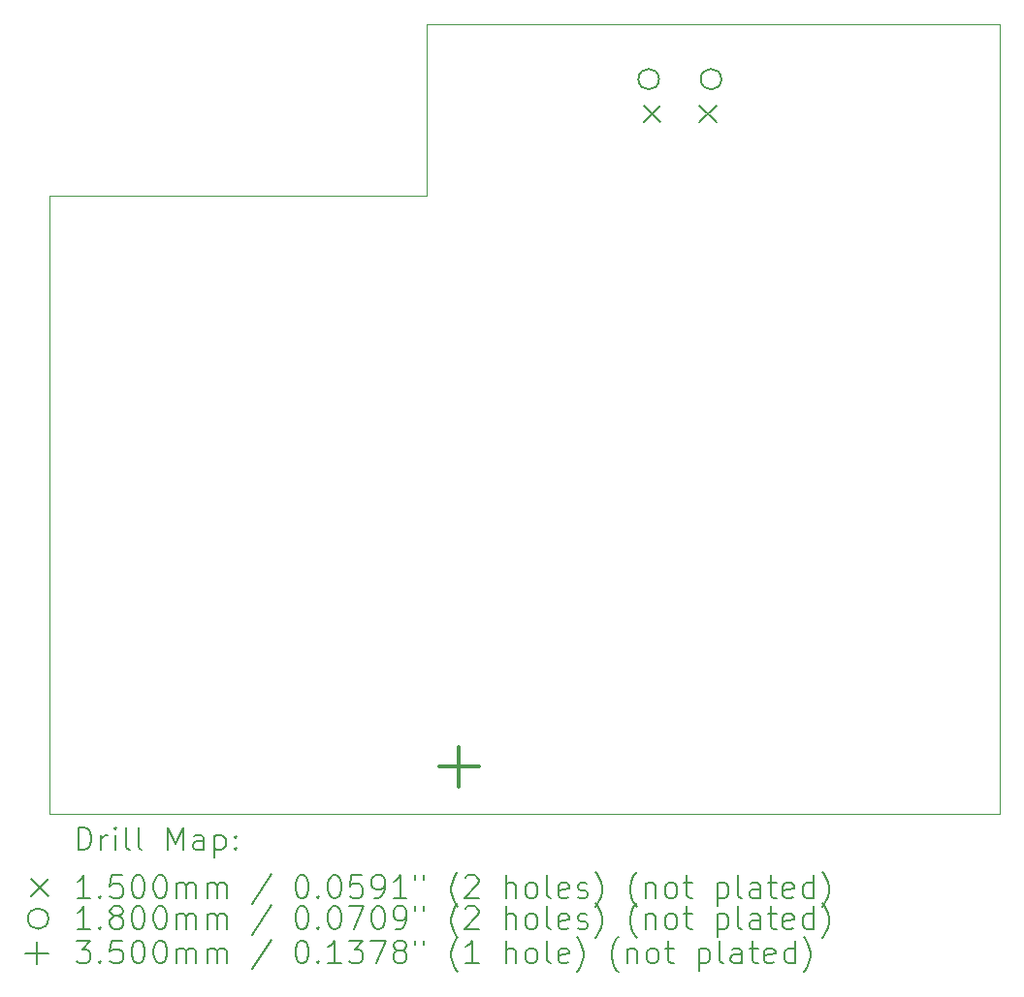
<source format=gbr>
%TF.GenerationSoftware,KiCad,Pcbnew,8.0.5*%
%TF.CreationDate,2024-09-14T22:06:42+02:00*%
%TF.ProjectId,midi2cv,6d696469-3263-4762-9e6b-696361645f70,rev?*%
%TF.SameCoordinates,Original*%
%TF.FileFunction,Drillmap*%
%TF.FilePolarity,Positive*%
%FSLAX45Y45*%
G04 Gerber Fmt 4.5, Leading zero omitted, Abs format (unit mm)*
G04 Created by KiCad (PCBNEW 8.0.5) date 2024-09-14 22:06:42*
%MOMM*%
%LPD*%
G01*
G04 APERTURE LIST*
%ADD10C,0.100000*%
%ADD11C,0.200000*%
%ADD12C,0.150000*%
%ADD13C,0.180000*%
%ADD14C,0.350000*%
G04 APERTURE END LIST*
D10*
X15400000Y-12200000D02*
X7100000Y-12200000D01*
X7100000Y-6800000D01*
X10400000Y-6800000D01*
X10400000Y-5300000D01*
X15400000Y-5300000D01*
X15400000Y-12200000D01*
D11*
D12*
X12290444Y-6007700D02*
X12440444Y-6157700D01*
X12440444Y-6007700D02*
X12290444Y-6157700D01*
X12775444Y-6007700D02*
X12925444Y-6157700D01*
X12925444Y-6007700D02*
X12775444Y-6157700D01*
D13*
X12425444Y-5779700D02*
G75*
G02*
X12245444Y-5779700I-90000J0D01*
G01*
X12245444Y-5779700D02*
G75*
G02*
X12425444Y-5779700I90000J0D01*
G01*
X12970444Y-5779700D02*
G75*
G02*
X12790444Y-5779700I-90000J0D01*
G01*
X12790444Y-5779700D02*
G75*
G02*
X12970444Y-5779700I90000J0D01*
G01*
D14*
X10680700Y-11612900D02*
X10680700Y-11962900D01*
X10505700Y-11787900D02*
X10855700Y-11787900D01*
D11*
X7355777Y-12516484D02*
X7355777Y-12316484D01*
X7355777Y-12316484D02*
X7403396Y-12316484D01*
X7403396Y-12316484D02*
X7431967Y-12326008D01*
X7431967Y-12326008D02*
X7451015Y-12345055D01*
X7451015Y-12345055D02*
X7460539Y-12364103D01*
X7460539Y-12364103D02*
X7470062Y-12402198D01*
X7470062Y-12402198D02*
X7470062Y-12430769D01*
X7470062Y-12430769D02*
X7460539Y-12468865D01*
X7460539Y-12468865D02*
X7451015Y-12487912D01*
X7451015Y-12487912D02*
X7431967Y-12506960D01*
X7431967Y-12506960D02*
X7403396Y-12516484D01*
X7403396Y-12516484D02*
X7355777Y-12516484D01*
X7555777Y-12516484D02*
X7555777Y-12383150D01*
X7555777Y-12421246D02*
X7565301Y-12402198D01*
X7565301Y-12402198D02*
X7574824Y-12392674D01*
X7574824Y-12392674D02*
X7593872Y-12383150D01*
X7593872Y-12383150D02*
X7612920Y-12383150D01*
X7679586Y-12516484D02*
X7679586Y-12383150D01*
X7679586Y-12316484D02*
X7670062Y-12326008D01*
X7670062Y-12326008D02*
X7679586Y-12335531D01*
X7679586Y-12335531D02*
X7689110Y-12326008D01*
X7689110Y-12326008D02*
X7679586Y-12316484D01*
X7679586Y-12316484D02*
X7679586Y-12335531D01*
X7803396Y-12516484D02*
X7784348Y-12506960D01*
X7784348Y-12506960D02*
X7774824Y-12487912D01*
X7774824Y-12487912D02*
X7774824Y-12316484D01*
X7908158Y-12516484D02*
X7889110Y-12506960D01*
X7889110Y-12506960D02*
X7879586Y-12487912D01*
X7879586Y-12487912D02*
X7879586Y-12316484D01*
X8136729Y-12516484D02*
X8136729Y-12316484D01*
X8136729Y-12316484D02*
X8203396Y-12459341D01*
X8203396Y-12459341D02*
X8270062Y-12316484D01*
X8270062Y-12316484D02*
X8270062Y-12516484D01*
X8451015Y-12516484D02*
X8451015Y-12411722D01*
X8451015Y-12411722D02*
X8441491Y-12392674D01*
X8441491Y-12392674D02*
X8422444Y-12383150D01*
X8422444Y-12383150D02*
X8384348Y-12383150D01*
X8384348Y-12383150D02*
X8365301Y-12392674D01*
X8451015Y-12506960D02*
X8431967Y-12516484D01*
X8431967Y-12516484D02*
X8384348Y-12516484D01*
X8384348Y-12516484D02*
X8365301Y-12506960D01*
X8365301Y-12506960D02*
X8355777Y-12487912D01*
X8355777Y-12487912D02*
X8355777Y-12468865D01*
X8355777Y-12468865D02*
X8365301Y-12449817D01*
X8365301Y-12449817D02*
X8384348Y-12440293D01*
X8384348Y-12440293D02*
X8431967Y-12440293D01*
X8431967Y-12440293D02*
X8451015Y-12430769D01*
X8546253Y-12383150D02*
X8546253Y-12583150D01*
X8546253Y-12392674D02*
X8565301Y-12383150D01*
X8565301Y-12383150D02*
X8603396Y-12383150D01*
X8603396Y-12383150D02*
X8622444Y-12392674D01*
X8622444Y-12392674D02*
X8631967Y-12402198D01*
X8631967Y-12402198D02*
X8641491Y-12421246D01*
X8641491Y-12421246D02*
X8641491Y-12478388D01*
X8641491Y-12478388D02*
X8631967Y-12497436D01*
X8631967Y-12497436D02*
X8622444Y-12506960D01*
X8622444Y-12506960D02*
X8603396Y-12516484D01*
X8603396Y-12516484D02*
X8565301Y-12516484D01*
X8565301Y-12516484D02*
X8546253Y-12506960D01*
X8727205Y-12497436D02*
X8736729Y-12506960D01*
X8736729Y-12506960D02*
X8727205Y-12516484D01*
X8727205Y-12516484D02*
X8717682Y-12506960D01*
X8717682Y-12506960D02*
X8727205Y-12497436D01*
X8727205Y-12497436D02*
X8727205Y-12516484D01*
X8727205Y-12392674D02*
X8736729Y-12402198D01*
X8736729Y-12402198D02*
X8727205Y-12411722D01*
X8727205Y-12411722D02*
X8717682Y-12402198D01*
X8717682Y-12402198D02*
X8727205Y-12392674D01*
X8727205Y-12392674D02*
X8727205Y-12411722D01*
D12*
X6945000Y-12770000D02*
X7095000Y-12920000D01*
X7095000Y-12770000D02*
X6945000Y-12920000D01*
D11*
X7460539Y-12936484D02*
X7346253Y-12936484D01*
X7403396Y-12936484D02*
X7403396Y-12736484D01*
X7403396Y-12736484D02*
X7384348Y-12765055D01*
X7384348Y-12765055D02*
X7365301Y-12784103D01*
X7365301Y-12784103D02*
X7346253Y-12793627D01*
X7546253Y-12917436D02*
X7555777Y-12926960D01*
X7555777Y-12926960D02*
X7546253Y-12936484D01*
X7546253Y-12936484D02*
X7536729Y-12926960D01*
X7536729Y-12926960D02*
X7546253Y-12917436D01*
X7546253Y-12917436D02*
X7546253Y-12936484D01*
X7736729Y-12736484D02*
X7641491Y-12736484D01*
X7641491Y-12736484D02*
X7631967Y-12831722D01*
X7631967Y-12831722D02*
X7641491Y-12822198D01*
X7641491Y-12822198D02*
X7660539Y-12812674D01*
X7660539Y-12812674D02*
X7708158Y-12812674D01*
X7708158Y-12812674D02*
X7727205Y-12822198D01*
X7727205Y-12822198D02*
X7736729Y-12831722D01*
X7736729Y-12831722D02*
X7746253Y-12850769D01*
X7746253Y-12850769D02*
X7746253Y-12898388D01*
X7746253Y-12898388D02*
X7736729Y-12917436D01*
X7736729Y-12917436D02*
X7727205Y-12926960D01*
X7727205Y-12926960D02*
X7708158Y-12936484D01*
X7708158Y-12936484D02*
X7660539Y-12936484D01*
X7660539Y-12936484D02*
X7641491Y-12926960D01*
X7641491Y-12926960D02*
X7631967Y-12917436D01*
X7870062Y-12736484D02*
X7889110Y-12736484D01*
X7889110Y-12736484D02*
X7908158Y-12746008D01*
X7908158Y-12746008D02*
X7917682Y-12755531D01*
X7917682Y-12755531D02*
X7927205Y-12774579D01*
X7927205Y-12774579D02*
X7936729Y-12812674D01*
X7936729Y-12812674D02*
X7936729Y-12860293D01*
X7936729Y-12860293D02*
X7927205Y-12898388D01*
X7927205Y-12898388D02*
X7917682Y-12917436D01*
X7917682Y-12917436D02*
X7908158Y-12926960D01*
X7908158Y-12926960D02*
X7889110Y-12936484D01*
X7889110Y-12936484D02*
X7870062Y-12936484D01*
X7870062Y-12936484D02*
X7851015Y-12926960D01*
X7851015Y-12926960D02*
X7841491Y-12917436D01*
X7841491Y-12917436D02*
X7831967Y-12898388D01*
X7831967Y-12898388D02*
X7822443Y-12860293D01*
X7822443Y-12860293D02*
X7822443Y-12812674D01*
X7822443Y-12812674D02*
X7831967Y-12774579D01*
X7831967Y-12774579D02*
X7841491Y-12755531D01*
X7841491Y-12755531D02*
X7851015Y-12746008D01*
X7851015Y-12746008D02*
X7870062Y-12736484D01*
X8060539Y-12736484D02*
X8079586Y-12736484D01*
X8079586Y-12736484D02*
X8098634Y-12746008D01*
X8098634Y-12746008D02*
X8108158Y-12755531D01*
X8108158Y-12755531D02*
X8117682Y-12774579D01*
X8117682Y-12774579D02*
X8127205Y-12812674D01*
X8127205Y-12812674D02*
X8127205Y-12860293D01*
X8127205Y-12860293D02*
X8117682Y-12898388D01*
X8117682Y-12898388D02*
X8108158Y-12917436D01*
X8108158Y-12917436D02*
X8098634Y-12926960D01*
X8098634Y-12926960D02*
X8079586Y-12936484D01*
X8079586Y-12936484D02*
X8060539Y-12936484D01*
X8060539Y-12936484D02*
X8041491Y-12926960D01*
X8041491Y-12926960D02*
X8031967Y-12917436D01*
X8031967Y-12917436D02*
X8022443Y-12898388D01*
X8022443Y-12898388D02*
X8012920Y-12860293D01*
X8012920Y-12860293D02*
X8012920Y-12812674D01*
X8012920Y-12812674D02*
X8022443Y-12774579D01*
X8022443Y-12774579D02*
X8031967Y-12755531D01*
X8031967Y-12755531D02*
X8041491Y-12746008D01*
X8041491Y-12746008D02*
X8060539Y-12736484D01*
X8212920Y-12936484D02*
X8212920Y-12803150D01*
X8212920Y-12822198D02*
X8222443Y-12812674D01*
X8222443Y-12812674D02*
X8241491Y-12803150D01*
X8241491Y-12803150D02*
X8270063Y-12803150D01*
X8270063Y-12803150D02*
X8289110Y-12812674D01*
X8289110Y-12812674D02*
X8298634Y-12831722D01*
X8298634Y-12831722D02*
X8298634Y-12936484D01*
X8298634Y-12831722D02*
X8308158Y-12812674D01*
X8308158Y-12812674D02*
X8327205Y-12803150D01*
X8327205Y-12803150D02*
X8355777Y-12803150D01*
X8355777Y-12803150D02*
X8374824Y-12812674D01*
X8374824Y-12812674D02*
X8384348Y-12831722D01*
X8384348Y-12831722D02*
X8384348Y-12936484D01*
X8479586Y-12936484D02*
X8479586Y-12803150D01*
X8479586Y-12822198D02*
X8489110Y-12812674D01*
X8489110Y-12812674D02*
X8508158Y-12803150D01*
X8508158Y-12803150D02*
X8536729Y-12803150D01*
X8536729Y-12803150D02*
X8555777Y-12812674D01*
X8555777Y-12812674D02*
X8565301Y-12831722D01*
X8565301Y-12831722D02*
X8565301Y-12936484D01*
X8565301Y-12831722D02*
X8574825Y-12812674D01*
X8574825Y-12812674D02*
X8593872Y-12803150D01*
X8593872Y-12803150D02*
X8622444Y-12803150D01*
X8622444Y-12803150D02*
X8641491Y-12812674D01*
X8641491Y-12812674D02*
X8651015Y-12831722D01*
X8651015Y-12831722D02*
X8651015Y-12936484D01*
X9041491Y-12726960D02*
X8870063Y-12984103D01*
X9298634Y-12736484D02*
X9317682Y-12736484D01*
X9317682Y-12736484D02*
X9336729Y-12746008D01*
X9336729Y-12746008D02*
X9346253Y-12755531D01*
X9346253Y-12755531D02*
X9355777Y-12774579D01*
X9355777Y-12774579D02*
X9365301Y-12812674D01*
X9365301Y-12812674D02*
X9365301Y-12860293D01*
X9365301Y-12860293D02*
X9355777Y-12898388D01*
X9355777Y-12898388D02*
X9346253Y-12917436D01*
X9346253Y-12917436D02*
X9336729Y-12926960D01*
X9336729Y-12926960D02*
X9317682Y-12936484D01*
X9317682Y-12936484D02*
X9298634Y-12936484D01*
X9298634Y-12936484D02*
X9279587Y-12926960D01*
X9279587Y-12926960D02*
X9270063Y-12917436D01*
X9270063Y-12917436D02*
X9260539Y-12898388D01*
X9260539Y-12898388D02*
X9251015Y-12860293D01*
X9251015Y-12860293D02*
X9251015Y-12812674D01*
X9251015Y-12812674D02*
X9260539Y-12774579D01*
X9260539Y-12774579D02*
X9270063Y-12755531D01*
X9270063Y-12755531D02*
X9279587Y-12746008D01*
X9279587Y-12746008D02*
X9298634Y-12736484D01*
X9451015Y-12917436D02*
X9460539Y-12926960D01*
X9460539Y-12926960D02*
X9451015Y-12936484D01*
X9451015Y-12936484D02*
X9441491Y-12926960D01*
X9441491Y-12926960D02*
X9451015Y-12917436D01*
X9451015Y-12917436D02*
X9451015Y-12936484D01*
X9584348Y-12736484D02*
X9603396Y-12736484D01*
X9603396Y-12736484D02*
X9622444Y-12746008D01*
X9622444Y-12746008D02*
X9631968Y-12755531D01*
X9631968Y-12755531D02*
X9641491Y-12774579D01*
X9641491Y-12774579D02*
X9651015Y-12812674D01*
X9651015Y-12812674D02*
X9651015Y-12860293D01*
X9651015Y-12860293D02*
X9641491Y-12898388D01*
X9641491Y-12898388D02*
X9631968Y-12917436D01*
X9631968Y-12917436D02*
X9622444Y-12926960D01*
X9622444Y-12926960D02*
X9603396Y-12936484D01*
X9603396Y-12936484D02*
X9584348Y-12936484D01*
X9584348Y-12936484D02*
X9565301Y-12926960D01*
X9565301Y-12926960D02*
X9555777Y-12917436D01*
X9555777Y-12917436D02*
X9546253Y-12898388D01*
X9546253Y-12898388D02*
X9536729Y-12860293D01*
X9536729Y-12860293D02*
X9536729Y-12812674D01*
X9536729Y-12812674D02*
X9546253Y-12774579D01*
X9546253Y-12774579D02*
X9555777Y-12755531D01*
X9555777Y-12755531D02*
X9565301Y-12746008D01*
X9565301Y-12746008D02*
X9584348Y-12736484D01*
X9831968Y-12736484D02*
X9736729Y-12736484D01*
X9736729Y-12736484D02*
X9727206Y-12831722D01*
X9727206Y-12831722D02*
X9736729Y-12822198D01*
X9736729Y-12822198D02*
X9755777Y-12812674D01*
X9755777Y-12812674D02*
X9803396Y-12812674D01*
X9803396Y-12812674D02*
X9822444Y-12822198D01*
X9822444Y-12822198D02*
X9831968Y-12831722D01*
X9831968Y-12831722D02*
X9841491Y-12850769D01*
X9841491Y-12850769D02*
X9841491Y-12898388D01*
X9841491Y-12898388D02*
X9831968Y-12917436D01*
X9831968Y-12917436D02*
X9822444Y-12926960D01*
X9822444Y-12926960D02*
X9803396Y-12936484D01*
X9803396Y-12936484D02*
X9755777Y-12936484D01*
X9755777Y-12936484D02*
X9736729Y-12926960D01*
X9736729Y-12926960D02*
X9727206Y-12917436D01*
X9936729Y-12936484D02*
X9974825Y-12936484D01*
X9974825Y-12936484D02*
X9993872Y-12926960D01*
X9993872Y-12926960D02*
X10003396Y-12917436D01*
X10003396Y-12917436D02*
X10022444Y-12888865D01*
X10022444Y-12888865D02*
X10031968Y-12850769D01*
X10031968Y-12850769D02*
X10031968Y-12774579D01*
X10031968Y-12774579D02*
X10022444Y-12755531D01*
X10022444Y-12755531D02*
X10012920Y-12746008D01*
X10012920Y-12746008D02*
X9993872Y-12736484D01*
X9993872Y-12736484D02*
X9955777Y-12736484D01*
X9955777Y-12736484D02*
X9936729Y-12746008D01*
X9936729Y-12746008D02*
X9927206Y-12755531D01*
X9927206Y-12755531D02*
X9917682Y-12774579D01*
X9917682Y-12774579D02*
X9917682Y-12822198D01*
X9917682Y-12822198D02*
X9927206Y-12841246D01*
X9927206Y-12841246D02*
X9936729Y-12850769D01*
X9936729Y-12850769D02*
X9955777Y-12860293D01*
X9955777Y-12860293D02*
X9993872Y-12860293D01*
X9993872Y-12860293D02*
X10012920Y-12850769D01*
X10012920Y-12850769D02*
X10022444Y-12841246D01*
X10022444Y-12841246D02*
X10031968Y-12822198D01*
X10222444Y-12936484D02*
X10108158Y-12936484D01*
X10165301Y-12936484D02*
X10165301Y-12736484D01*
X10165301Y-12736484D02*
X10146253Y-12765055D01*
X10146253Y-12765055D02*
X10127206Y-12784103D01*
X10127206Y-12784103D02*
X10108158Y-12793627D01*
X10298634Y-12736484D02*
X10298634Y-12774579D01*
X10374825Y-12736484D02*
X10374825Y-12774579D01*
X10670063Y-13012674D02*
X10660539Y-13003150D01*
X10660539Y-13003150D02*
X10641491Y-12974579D01*
X10641491Y-12974579D02*
X10631968Y-12955531D01*
X10631968Y-12955531D02*
X10622444Y-12926960D01*
X10622444Y-12926960D02*
X10612920Y-12879341D01*
X10612920Y-12879341D02*
X10612920Y-12841246D01*
X10612920Y-12841246D02*
X10622444Y-12793627D01*
X10622444Y-12793627D02*
X10631968Y-12765055D01*
X10631968Y-12765055D02*
X10641491Y-12746008D01*
X10641491Y-12746008D02*
X10660539Y-12717436D01*
X10660539Y-12717436D02*
X10670063Y-12707912D01*
X10736730Y-12755531D02*
X10746253Y-12746008D01*
X10746253Y-12746008D02*
X10765301Y-12736484D01*
X10765301Y-12736484D02*
X10812920Y-12736484D01*
X10812920Y-12736484D02*
X10831968Y-12746008D01*
X10831968Y-12746008D02*
X10841491Y-12755531D01*
X10841491Y-12755531D02*
X10851015Y-12774579D01*
X10851015Y-12774579D02*
X10851015Y-12793627D01*
X10851015Y-12793627D02*
X10841491Y-12822198D01*
X10841491Y-12822198D02*
X10727206Y-12936484D01*
X10727206Y-12936484D02*
X10851015Y-12936484D01*
X11089111Y-12936484D02*
X11089111Y-12736484D01*
X11174825Y-12936484D02*
X11174825Y-12831722D01*
X11174825Y-12831722D02*
X11165301Y-12812674D01*
X11165301Y-12812674D02*
X11146253Y-12803150D01*
X11146253Y-12803150D02*
X11117682Y-12803150D01*
X11117682Y-12803150D02*
X11098634Y-12812674D01*
X11098634Y-12812674D02*
X11089111Y-12822198D01*
X11298634Y-12936484D02*
X11279587Y-12926960D01*
X11279587Y-12926960D02*
X11270063Y-12917436D01*
X11270063Y-12917436D02*
X11260539Y-12898388D01*
X11260539Y-12898388D02*
X11260539Y-12841246D01*
X11260539Y-12841246D02*
X11270063Y-12822198D01*
X11270063Y-12822198D02*
X11279587Y-12812674D01*
X11279587Y-12812674D02*
X11298634Y-12803150D01*
X11298634Y-12803150D02*
X11327206Y-12803150D01*
X11327206Y-12803150D02*
X11346253Y-12812674D01*
X11346253Y-12812674D02*
X11355777Y-12822198D01*
X11355777Y-12822198D02*
X11365301Y-12841246D01*
X11365301Y-12841246D02*
X11365301Y-12898388D01*
X11365301Y-12898388D02*
X11355777Y-12917436D01*
X11355777Y-12917436D02*
X11346253Y-12926960D01*
X11346253Y-12926960D02*
X11327206Y-12936484D01*
X11327206Y-12936484D02*
X11298634Y-12936484D01*
X11479587Y-12936484D02*
X11460539Y-12926960D01*
X11460539Y-12926960D02*
X11451015Y-12907912D01*
X11451015Y-12907912D02*
X11451015Y-12736484D01*
X11631968Y-12926960D02*
X11612920Y-12936484D01*
X11612920Y-12936484D02*
X11574825Y-12936484D01*
X11574825Y-12936484D02*
X11555777Y-12926960D01*
X11555777Y-12926960D02*
X11546253Y-12907912D01*
X11546253Y-12907912D02*
X11546253Y-12831722D01*
X11546253Y-12831722D02*
X11555777Y-12812674D01*
X11555777Y-12812674D02*
X11574825Y-12803150D01*
X11574825Y-12803150D02*
X11612920Y-12803150D01*
X11612920Y-12803150D02*
X11631968Y-12812674D01*
X11631968Y-12812674D02*
X11641491Y-12831722D01*
X11641491Y-12831722D02*
X11641491Y-12850769D01*
X11641491Y-12850769D02*
X11546253Y-12869817D01*
X11717682Y-12926960D02*
X11736730Y-12936484D01*
X11736730Y-12936484D02*
X11774825Y-12936484D01*
X11774825Y-12936484D02*
X11793872Y-12926960D01*
X11793872Y-12926960D02*
X11803396Y-12907912D01*
X11803396Y-12907912D02*
X11803396Y-12898388D01*
X11803396Y-12898388D02*
X11793872Y-12879341D01*
X11793872Y-12879341D02*
X11774825Y-12869817D01*
X11774825Y-12869817D02*
X11746253Y-12869817D01*
X11746253Y-12869817D02*
X11727206Y-12860293D01*
X11727206Y-12860293D02*
X11717682Y-12841246D01*
X11717682Y-12841246D02*
X11717682Y-12831722D01*
X11717682Y-12831722D02*
X11727206Y-12812674D01*
X11727206Y-12812674D02*
X11746253Y-12803150D01*
X11746253Y-12803150D02*
X11774825Y-12803150D01*
X11774825Y-12803150D02*
X11793872Y-12812674D01*
X11870063Y-13012674D02*
X11879587Y-13003150D01*
X11879587Y-13003150D02*
X11898634Y-12974579D01*
X11898634Y-12974579D02*
X11908158Y-12955531D01*
X11908158Y-12955531D02*
X11917682Y-12926960D01*
X11917682Y-12926960D02*
X11927206Y-12879341D01*
X11927206Y-12879341D02*
X11927206Y-12841246D01*
X11927206Y-12841246D02*
X11917682Y-12793627D01*
X11917682Y-12793627D02*
X11908158Y-12765055D01*
X11908158Y-12765055D02*
X11898634Y-12746008D01*
X11898634Y-12746008D02*
X11879587Y-12717436D01*
X11879587Y-12717436D02*
X11870063Y-12707912D01*
X12231968Y-13012674D02*
X12222444Y-13003150D01*
X12222444Y-13003150D02*
X12203396Y-12974579D01*
X12203396Y-12974579D02*
X12193872Y-12955531D01*
X12193872Y-12955531D02*
X12184349Y-12926960D01*
X12184349Y-12926960D02*
X12174825Y-12879341D01*
X12174825Y-12879341D02*
X12174825Y-12841246D01*
X12174825Y-12841246D02*
X12184349Y-12793627D01*
X12184349Y-12793627D02*
X12193872Y-12765055D01*
X12193872Y-12765055D02*
X12203396Y-12746008D01*
X12203396Y-12746008D02*
X12222444Y-12717436D01*
X12222444Y-12717436D02*
X12231968Y-12707912D01*
X12308158Y-12803150D02*
X12308158Y-12936484D01*
X12308158Y-12822198D02*
X12317682Y-12812674D01*
X12317682Y-12812674D02*
X12336730Y-12803150D01*
X12336730Y-12803150D02*
X12365301Y-12803150D01*
X12365301Y-12803150D02*
X12384349Y-12812674D01*
X12384349Y-12812674D02*
X12393872Y-12831722D01*
X12393872Y-12831722D02*
X12393872Y-12936484D01*
X12517682Y-12936484D02*
X12498634Y-12926960D01*
X12498634Y-12926960D02*
X12489111Y-12917436D01*
X12489111Y-12917436D02*
X12479587Y-12898388D01*
X12479587Y-12898388D02*
X12479587Y-12841246D01*
X12479587Y-12841246D02*
X12489111Y-12822198D01*
X12489111Y-12822198D02*
X12498634Y-12812674D01*
X12498634Y-12812674D02*
X12517682Y-12803150D01*
X12517682Y-12803150D02*
X12546253Y-12803150D01*
X12546253Y-12803150D02*
X12565301Y-12812674D01*
X12565301Y-12812674D02*
X12574825Y-12822198D01*
X12574825Y-12822198D02*
X12584349Y-12841246D01*
X12584349Y-12841246D02*
X12584349Y-12898388D01*
X12584349Y-12898388D02*
X12574825Y-12917436D01*
X12574825Y-12917436D02*
X12565301Y-12926960D01*
X12565301Y-12926960D02*
X12546253Y-12936484D01*
X12546253Y-12936484D02*
X12517682Y-12936484D01*
X12641492Y-12803150D02*
X12717682Y-12803150D01*
X12670063Y-12736484D02*
X12670063Y-12907912D01*
X12670063Y-12907912D02*
X12679587Y-12926960D01*
X12679587Y-12926960D02*
X12698634Y-12936484D01*
X12698634Y-12936484D02*
X12717682Y-12936484D01*
X12936730Y-12803150D02*
X12936730Y-13003150D01*
X12936730Y-12812674D02*
X12955777Y-12803150D01*
X12955777Y-12803150D02*
X12993873Y-12803150D01*
X12993873Y-12803150D02*
X13012920Y-12812674D01*
X13012920Y-12812674D02*
X13022444Y-12822198D01*
X13022444Y-12822198D02*
X13031968Y-12841246D01*
X13031968Y-12841246D02*
X13031968Y-12898388D01*
X13031968Y-12898388D02*
X13022444Y-12917436D01*
X13022444Y-12917436D02*
X13012920Y-12926960D01*
X13012920Y-12926960D02*
X12993873Y-12936484D01*
X12993873Y-12936484D02*
X12955777Y-12936484D01*
X12955777Y-12936484D02*
X12936730Y-12926960D01*
X13146253Y-12936484D02*
X13127206Y-12926960D01*
X13127206Y-12926960D02*
X13117682Y-12907912D01*
X13117682Y-12907912D02*
X13117682Y-12736484D01*
X13308158Y-12936484D02*
X13308158Y-12831722D01*
X13308158Y-12831722D02*
X13298634Y-12812674D01*
X13298634Y-12812674D02*
X13279587Y-12803150D01*
X13279587Y-12803150D02*
X13241492Y-12803150D01*
X13241492Y-12803150D02*
X13222444Y-12812674D01*
X13308158Y-12926960D02*
X13289111Y-12936484D01*
X13289111Y-12936484D02*
X13241492Y-12936484D01*
X13241492Y-12936484D02*
X13222444Y-12926960D01*
X13222444Y-12926960D02*
X13212920Y-12907912D01*
X13212920Y-12907912D02*
X13212920Y-12888865D01*
X13212920Y-12888865D02*
X13222444Y-12869817D01*
X13222444Y-12869817D02*
X13241492Y-12860293D01*
X13241492Y-12860293D02*
X13289111Y-12860293D01*
X13289111Y-12860293D02*
X13308158Y-12850769D01*
X13374825Y-12803150D02*
X13451015Y-12803150D01*
X13403396Y-12736484D02*
X13403396Y-12907912D01*
X13403396Y-12907912D02*
X13412920Y-12926960D01*
X13412920Y-12926960D02*
X13431968Y-12936484D01*
X13431968Y-12936484D02*
X13451015Y-12936484D01*
X13593873Y-12926960D02*
X13574825Y-12936484D01*
X13574825Y-12936484D02*
X13536730Y-12936484D01*
X13536730Y-12936484D02*
X13517682Y-12926960D01*
X13517682Y-12926960D02*
X13508158Y-12907912D01*
X13508158Y-12907912D02*
X13508158Y-12831722D01*
X13508158Y-12831722D02*
X13517682Y-12812674D01*
X13517682Y-12812674D02*
X13536730Y-12803150D01*
X13536730Y-12803150D02*
X13574825Y-12803150D01*
X13574825Y-12803150D02*
X13593873Y-12812674D01*
X13593873Y-12812674D02*
X13603396Y-12831722D01*
X13603396Y-12831722D02*
X13603396Y-12850769D01*
X13603396Y-12850769D02*
X13508158Y-12869817D01*
X13774825Y-12936484D02*
X13774825Y-12736484D01*
X13774825Y-12926960D02*
X13755777Y-12936484D01*
X13755777Y-12936484D02*
X13717682Y-12936484D01*
X13717682Y-12936484D02*
X13698634Y-12926960D01*
X13698634Y-12926960D02*
X13689111Y-12917436D01*
X13689111Y-12917436D02*
X13679587Y-12898388D01*
X13679587Y-12898388D02*
X13679587Y-12841246D01*
X13679587Y-12841246D02*
X13689111Y-12822198D01*
X13689111Y-12822198D02*
X13698634Y-12812674D01*
X13698634Y-12812674D02*
X13717682Y-12803150D01*
X13717682Y-12803150D02*
X13755777Y-12803150D01*
X13755777Y-12803150D02*
X13774825Y-12812674D01*
X13851015Y-13012674D02*
X13860539Y-13003150D01*
X13860539Y-13003150D02*
X13879587Y-12974579D01*
X13879587Y-12974579D02*
X13889111Y-12955531D01*
X13889111Y-12955531D02*
X13898634Y-12926960D01*
X13898634Y-12926960D02*
X13908158Y-12879341D01*
X13908158Y-12879341D02*
X13908158Y-12841246D01*
X13908158Y-12841246D02*
X13898634Y-12793627D01*
X13898634Y-12793627D02*
X13889111Y-12765055D01*
X13889111Y-12765055D02*
X13879587Y-12746008D01*
X13879587Y-12746008D02*
X13860539Y-12717436D01*
X13860539Y-12717436D02*
X13851015Y-12707912D01*
D13*
X7095000Y-13115000D02*
G75*
G02*
X6915000Y-13115000I-90000J0D01*
G01*
X6915000Y-13115000D02*
G75*
G02*
X7095000Y-13115000I90000J0D01*
G01*
D11*
X7460539Y-13206484D02*
X7346253Y-13206484D01*
X7403396Y-13206484D02*
X7403396Y-13006484D01*
X7403396Y-13006484D02*
X7384348Y-13035055D01*
X7384348Y-13035055D02*
X7365301Y-13054103D01*
X7365301Y-13054103D02*
X7346253Y-13063627D01*
X7546253Y-13187436D02*
X7555777Y-13196960D01*
X7555777Y-13196960D02*
X7546253Y-13206484D01*
X7546253Y-13206484D02*
X7536729Y-13196960D01*
X7536729Y-13196960D02*
X7546253Y-13187436D01*
X7546253Y-13187436D02*
X7546253Y-13206484D01*
X7670062Y-13092198D02*
X7651015Y-13082674D01*
X7651015Y-13082674D02*
X7641491Y-13073150D01*
X7641491Y-13073150D02*
X7631967Y-13054103D01*
X7631967Y-13054103D02*
X7631967Y-13044579D01*
X7631967Y-13044579D02*
X7641491Y-13025531D01*
X7641491Y-13025531D02*
X7651015Y-13016008D01*
X7651015Y-13016008D02*
X7670062Y-13006484D01*
X7670062Y-13006484D02*
X7708158Y-13006484D01*
X7708158Y-13006484D02*
X7727205Y-13016008D01*
X7727205Y-13016008D02*
X7736729Y-13025531D01*
X7736729Y-13025531D02*
X7746253Y-13044579D01*
X7746253Y-13044579D02*
X7746253Y-13054103D01*
X7746253Y-13054103D02*
X7736729Y-13073150D01*
X7736729Y-13073150D02*
X7727205Y-13082674D01*
X7727205Y-13082674D02*
X7708158Y-13092198D01*
X7708158Y-13092198D02*
X7670062Y-13092198D01*
X7670062Y-13092198D02*
X7651015Y-13101722D01*
X7651015Y-13101722D02*
X7641491Y-13111246D01*
X7641491Y-13111246D02*
X7631967Y-13130293D01*
X7631967Y-13130293D02*
X7631967Y-13168388D01*
X7631967Y-13168388D02*
X7641491Y-13187436D01*
X7641491Y-13187436D02*
X7651015Y-13196960D01*
X7651015Y-13196960D02*
X7670062Y-13206484D01*
X7670062Y-13206484D02*
X7708158Y-13206484D01*
X7708158Y-13206484D02*
X7727205Y-13196960D01*
X7727205Y-13196960D02*
X7736729Y-13187436D01*
X7736729Y-13187436D02*
X7746253Y-13168388D01*
X7746253Y-13168388D02*
X7746253Y-13130293D01*
X7746253Y-13130293D02*
X7736729Y-13111246D01*
X7736729Y-13111246D02*
X7727205Y-13101722D01*
X7727205Y-13101722D02*
X7708158Y-13092198D01*
X7870062Y-13006484D02*
X7889110Y-13006484D01*
X7889110Y-13006484D02*
X7908158Y-13016008D01*
X7908158Y-13016008D02*
X7917682Y-13025531D01*
X7917682Y-13025531D02*
X7927205Y-13044579D01*
X7927205Y-13044579D02*
X7936729Y-13082674D01*
X7936729Y-13082674D02*
X7936729Y-13130293D01*
X7936729Y-13130293D02*
X7927205Y-13168388D01*
X7927205Y-13168388D02*
X7917682Y-13187436D01*
X7917682Y-13187436D02*
X7908158Y-13196960D01*
X7908158Y-13196960D02*
X7889110Y-13206484D01*
X7889110Y-13206484D02*
X7870062Y-13206484D01*
X7870062Y-13206484D02*
X7851015Y-13196960D01*
X7851015Y-13196960D02*
X7841491Y-13187436D01*
X7841491Y-13187436D02*
X7831967Y-13168388D01*
X7831967Y-13168388D02*
X7822443Y-13130293D01*
X7822443Y-13130293D02*
X7822443Y-13082674D01*
X7822443Y-13082674D02*
X7831967Y-13044579D01*
X7831967Y-13044579D02*
X7841491Y-13025531D01*
X7841491Y-13025531D02*
X7851015Y-13016008D01*
X7851015Y-13016008D02*
X7870062Y-13006484D01*
X8060539Y-13006484D02*
X8079586Y-13006484D01*
X8079586Y-13006484D02*
X8098634Y-13016008D01*
X8098634Y-13016008D02*
X8108158Y-13025531D01*
X8108158Y-13025531D02*
X8117682Y-13044579D01*
X8117682Y-13044579D02*
X8127205Y-13082674D01*
X8127205Y-13082674D02*
X8127205Y-13130293D01*
X8127205Y-13130293D02*
X8117682Y-13168388D01*
X8117682Y-13168388D02*
X8108158Y-13187436D01*
X8108158Y-13187436D02*
X8098634Y-13196960D01*
X8098634Y-13196960D02*
X8079586Y-13206484D01*
X8079586Y-13206484D02*
X8060539Y-13206484D01*
X8060539Y-13206484D02*
X8041491Y-13196960D01*
X8041491Y-13196960D02*
X8031967Y-13187436D01*
X8031967Y-13187436D02*
X8022443Y-13168388D01*
X8022443Y-13168388D02*
X8012920Y-13130293D01*
X8012920Y-13130293D02*
X8012920Y-13082674D01*
X8012920Y-13082674D02*
X8022443Y-13044579D01*
X8022443Y-13044579D02*
X8031967Y-13025531D01*
X8031967Y-13025531D02*
X8041491Y-13016008D01*
X8041491Y-13016008D02*
X8060539Y-13006484D01*
X8212920Y-13206484D02*
X8212920Y-13073150D01*
X8212920Y-13092198D02*
X8222443Y-13082674D01*
X8222443Y-13082674D02*
X8241491Y-13073150D01*
X8241491Y-13073150D02*
X8270063Y-13073150D01*
X8270063Y-13073150D02*
X8289110Y-13082674D01*
X8289110Y-13082674D02*
X8298634Y-13101722D01*
X8298634Y-13101722D02*
X8298634Y-13206484D01*
X8298634Y-13101722D02*
X8308158Y-13082674D01*
X8308158Y-13082674D02*
X8327205Y-13073150D01*
X8327205Y-13073150D02*
X8355777Y-13073150D01*
X8355777Y-13073150D02*
X8374824Y-13082674D01*
X8374824Y-13082674D02*
X8384348Y-13101722D01*
X8384348Y-13101722D02*
X8384348Y-13206484D01*
X8479586Y-13206484D02*
X8479586Y-13073150D01*
X8479586Y-13092198D02*
X8489110Y-13082674D01*
X8489110Y-13082674D02*
X8508158Y-13073150D01*
X8508158Y-13073150D02*
X8536729Y-13073150D01*
X8536729Y-13073150D02*
X8555777Y-13082674D01*
X8555777Y-13082674D02*
X8565301Y-13101722D01*
X8565301Y-13101722D02*
X8565301Y-13206484D01*
X8565301Y-13101722D02*
X8574825Y-13082674D01*
X8574825Y-13082674D02*
X8593872Y-13073150D01*
X8593872Y-13073150D02*
X8622444Y-13073150D01*
X8622444Y-13073150D02*
X8641491Y-13082674D01*
X8641491Y-13082674D02*
X8651015Y-13101722D01*
X8651015Y-13101722D02*
X8651015Y-13206484D01*
X9041491Y-12996960D02*
X8870063Y-13254103D01*
X9298634Y-13006484D02*
X9317682Y-13006484D01*
X9317682Y-13006484D02*
X9336729Y-13016008D01*
X9336729Y-13016008D02*
X9346253Y-13025531D01*
X9346253Y-13025531D02*
X9355777Y-13044579D01*
X9355777Y-13044579D02*
X9365301Y-13082674D01*
X9365301Y-13082674D02*
X9365301Y-13130293D01*
X9365301Y-13130293D02*
X9355777Y-13168388D01*
X9355777Y-13168388D02*
X9346253Y-13187436D01*
X9346253Y-13187436D02*
X9336729Y-13196960D01*
X9336729Y-13196960D02*
X9317682Y-13206484D01*
X9317682Y-13206484D02*
X9298634Y-13206484D01*
X9298634Y-13206484D02*
X9279587Y-13196960D01*
X9279587Y-13196960D02*
X9270063Y-13187436D01*
X9270063Y-13187436D02*
X9260539Y-13168388D01*
X9260539Y-13168388D02*
X9251015Y-13130293D01*
X9251015Y-13130293D02*
X9251015Y-13082674D01*
X9251015Y-13082674D02*
X9260539Y-13044579D01*
X9260539Y-13044579D02*
X9270063Y-13025531D01*
X9270063Y-13025531D02*
X9279587Y-13016008D01*
X9279587Y-13016008D02*
X9298634Y-13006484D01*
X9451015Y-13187436D02*
X9460539Y-13196960D01*
X9460539Y-13196960D02*
X9451015Y-13206484D01*
X9451015Y-13206484D02*
X9441491Y-13196960D01*
X9441491Y-13196960D02*
X9451015Y-13187436D01*
X9451015Y-13187436D02*
X9451015Y-13206484D01*
X9584348Y-13006484D02*
X9603396Y-13006484D01*
X9603396Y-13006484D02*
X9622444Y-13016008D01*
X9622444Y-13016008D02*
X9631968Y-13025531D01*
X9631968Y-13025531D02*
X9641491Y-13044579D01*
X9641491Y-13044579D02*
X9651015Y-13082674D01*
X9651015Y-13082674D02*
X9651015Y-13130293D01*
X9651015Y-13130293D02*
X9641491Y-13168388D01*
X9641491Y-13168388D02*
X9631968Y-13187436D01*
X9631968Y-13187436D02*
X9622444Y-13196960D01*
X9622444Y-13196960D02*
X9603396Y-13206484D01*
X9603396Y-13206484D02*
X9584348Y-13206484D01*
X9584348Y-13206484D02*
X9565301Y-13196960D01*
X9565301Y-13196960D02*
X9555777Y-13187436D01*
X9555777Y-13187436D02*
X9546253Y-13168388D01*
X9546253Y-13168388D02*
X9536729Y-13130293D01*
X9536729Y-13130293D02*
X9536729Y-13082674D01*
X9536729Y-13082674D02*
X9546253Y-13044579D01*
X9546253Y-13044579D02*
X9555777Y-13025531D01*
X9555777Y-13025531D02*
X9565301Y-13016008D01*
X9565301Y-13016008D02*
X9584348Y-13006484D01*
X9717682Y-13006484D02*
X9851015Y-13006484D01*
X9851015Y-13006484D02*
X9765301Y-13206484D01*
X9965301Y-13006484D02*
X9984349Y-13006484D01*
X9984349Y-13006484D02*
X10003396Y-13016008D01*
X10003396Y-13016008D02*
X10012920Y-13025531D01*
X10012920Y-13025531D02*
X10022444Y-13044579D01*
X10022444Y-13044579D02*
X10031968Y-13082674D01*
X10031968Y-13082674D02*
X10031968Y-13130293D01*
X10031968Y-13130293D02*
X10022444Y-13168388D01*
X10022444Y-13168388D02*
X10012920Y-13187436D01*
X10012920Y-13187436D02*
X10003396Y-13196960D01*
X10003396Y-13196960D02*
X9984349Y-13206484D01*
X9984349Y-13206484D02*
X9965301Y-13206484D01*
X9965301Y-13206484D02*
X9946253Y-13196960D01*
X9946253Y-13196960D02*
X9936729Y-13187436D01*
X9936729Y-13187436D02*
X9927206Y-13168388D01*
X9927206Y-13168388D02*
X9917682Y-13130293D01*
X9917682Y-13130293D02*
X9917682Y-13082674D01*
X9917682Y-13082674D02*
X9927206Y-13044579D01*
X9927206Y-13044579D02*
X9936729Y-13025531D01*
X9936729Y-13025531D02*
X9946253Y-13016008D01*
X9946253Y-13016008D02*
X9965301Y-13006484D01*
X10127206Y-13206484D02*
X10165301Y-13206484D01*
X10165301Y-13206484D02*
X10184349Y-13196960D01*
X10184349Y-13196960D02*
X10193872Y-13187436D01*
X10193872Y-13187436D02*
X10212920Y-13158865D01*
X10212920Y-13158865D02*
X10222444Y-13120769D01*
X10222444Y-13120769D02*
X10222444Y-13044579D01*
X10222444Y-13044579D02*
X10212920Y-13025531D01*
X10212920Y-13025531D02*
X10203396Y-13016008D01*
X10203396Y-13016008D02*
X10184349Y-13006484D01*
X10184349Y-13006484D02*
X10146253Y-13006484D01*
X10146253Y-13006484D02*
X10127206Y-13016008D01*
X10127206Y-13016008D02*
X10117682Y-13025531D01*
X10117682Y-13025531D02*
X10108158Y-13044579D01*
X10108158Y-13044579D02*
X10108158Y-13092198D01*
X10108158Y-13092198D02*
X10117682Y-13111246D01*
X10117682Y-13111246D02*
X10127206Y-13120769D01*
X10127206Y-13120769D02*
X10146253Y-13130293D01*
X10146253Y-13130293D02*
X10184349Y-13130293D01*
X10184349Y-13130293D02*
X10203396Y-13120769D01*
X10203396Y-13120769D02*
X10212920Y-13111246D01*
X10212920Y-13111246D02*
X10222444Y-13092198D01*
X10298634Y-13006484D02*
X10298634Y-13044579D01*
X10374825Y-13006484D02*
X10374825Y-13044579D01*
X10670063Y-13282674D02*
X10660539Y-13273150D01*
X10660539Y-13273150D02*
X10641491Y-13244579D01*
X10641491Y-13244579D02*
X10631968Y-13225531D01*
X10631968Y-13225531D02*
X10622444Y-13196960D01*
X10622444Y-13196960D02*
X10612920Y-13149341D01*
X10612920Y-13149341D02*
X10612920Y-13111246D01*
X10612920Y-13111246D02*
X10622444Y-13063627D01*
X10622444Y-13063627D02*
X10631968Y-13035055D01*
X10631968Y-13035055D02*
X10641491Y-13016008D01*
X10641491Y-13016008D02*
X10660539Y-12987436D01*
X10660539Y-12987436D02*
X10670063Y-12977912D01*
X10736730Y-13025531D02*
X10746253Y-13016008D01*
X10746253Y-13016008D02*
X10765301Y-13006484D01*
X10765301Y-13006484D02*
X10812920Y-13006484D01*
X10812920Y-13006484D02*
X10831968Y-13016008D01*
X10831968Y-13016008D02*
X10841491Y-13025531D01*
X10841491Y-13025531D02*
X10851015Y-13044579D01*
X10851015Y-13044579D02*
X10851015Y-13063627D01*
X10851015Y-13063627D02*
X10841491Y-13092198D01*
X10841491Y-13092198D02*
X10727206Y-13206484D01*
X10727206Y-13206484D02*
X10851015Y-13206484D01*
X11089111Y-13206484D02*
X11089111Y-13006484D01*
X11174825Y-13206484D02*
X11174825Y-13101722D01*
X11174825Y-13101722D02*
X11165301Y-13082674D01*
X11165301Y-13082674D02*
X11146253Y-13073150D01*
X11146253Y-13073150D02*
X11117682Y-13073150D01*
X11117682Y-13073150D02*
X11098634Y-13082674D01*
X11098634Y-13082674D02*
X11089111Y-13092198D01*
X11298634Y-13206484D02*
X11279587Y-13196960D01*
X11279587Y-13196960D02*
X11270063Y-13187436D01*
X11270063Y-13187436D02*
X11260539Y-13168388D01*
X11260539Y-13168388D02*
X11260539Y-13111246D01*
X11260539Y-13111246D02*
X11270063Y-13092198D01*
X11270063Y-13092198D02*
X11279587Y-13082674D01*
X11279587Y-13082674D02*
X11298634Y-13073150D01*
X11298634Y-13073150D02*
X11327206Y-13073150D01*
X11327206Y-13073150D02*
X11346253Y-13082674D01*
X11346253Y-13082674D02*
X11355777Y-13092198D01*
X11355777Y-13092198D02*
X11365301Y-13111246D01*
X11365301Y-13111246D02*
X11365301Y-13168388D01*
X11365301Y-13168388D02*
X11355777Y-13187436D01*
X11355777Y-13187436D02*
X11346253Y-13196960D01*
X11346253Y-13196960D02*
X11327206Y-13206484D01*
X11327206Y-13206484D02*
X11298634Y-13206484D01*
X11479587Y-13206484D02*
X11460539Y-13196960D01*
X11460539Y-13196960D02*
X11451015Y-13177912D01*
X11451015Y-13177912D02*
X11451015Y-13006484D01*
X11631968Y-13196960D02*
X11612920Y-13206484D01*
X11612920Y-13206484D02*
X11574825Y-13206484D01*
X11574825Y-13206484D02*
X11555777Y-13196960D01*
X11555777Y-13196960D02*
X11546253Y-13177912D01*
X11546253Y-13177912D02*
X11546253Y-13101722D01*
X11546253Y-13101722D02*
X11555777Y-13082674D01*
X11555777Y-13082674D02*
X11574825Y-13073150D01*
X11574825Y-13073150D02*
X11612920Y-13073150D01*
X11612920Y-13073150D02*
X11631968Y-13082674D01*
X11631968Y-13082674D02*
X11641491Y-13101722D01*
X11641491Y-13101722D02*
X11641491Y-13120769D01*
X11641491Y-13120769D02*
X11546253Y-13139817D01*
X11717682Y-13196960D02*
X11736730Y-13206484D01*
X11736730Y-13206484D02*
X11774825Y-13206484D01*
X11774825Y-13206484D02*
X11793872Y-13196960D01*
X11793872Y-13196960D02*
X11803396Y-13177912D01*
X11803396Y-13177912D02*
X11803396Y-13168388D01*
X11803396Y-13168388D02*
X11793872Y-13149341D01*
X11793872Y-13149341D02*
X11774825Y-13139817D01*
X11774825Y-13139817D02*
X11746253Y-13139817D01*
X11746253Y-13139817D02*
X11727206Y-13130293D01*
X11727206Y-13130293D02*
X11717682Y-13111246D01*
X11717682Y-13111246D02*
X11717682Y-13101722D01*
X11717682Y-13101722D02*
X11727206Y-13082674D01*
X11727206Y-13082674D02*
X11746253Y-13073150D01*
X11746253Y-13073150D02*
X11774825Y-13073150D01*
X11774825Y-13073150D02*
X11793872Y-13082674D01*
X11870063Y-13282674D02*
X11879587Y-13273150D01*
X11879587Y-13273150D02*
X11898634Y-13244579D01*
X11898634Y-13244579D02*
X11908158Y-13225531D01*
X11908158Y-13225531D02*
X11917682Y-13196960D01*
X11917682Y-13196960D02*
X11927206Y-13149341D01*
X11927206Y-13149341D02*
X11927206Y-13111246D01*
X11927206Y-13111246D02*
X11917682Y-13063627D01*
X11917682Y-13063627D02*
X11908158Y-13035055D01*
X11908158Y-13035055D02*
X11898634Y-13016008D01*
X11898634Y-13016008D02*
X11879587Y-12987436D01*
X11879587Y-12987436D02*
X11870063Y-12977912D01*
X12231968Y-13282674D02*
X12222444Y-13273150D01*
X12222444Y-13273150D02*
X12203396Y-13244579D01*
X12203396Y-13244579D02*
X12193872Y-13225531D01*
X12193872Y-13225531D02*
X12184349Y-13196960D01*
X12184349Y-13196960D02*
X12174825Y-13149341D01*
X12174825Y-13149341D02*
X12174825Y-13111246D01*
X12174825Y-13111246D02*
X12184349Y-13063627D01*
X12184349Y-13063627D02*
X12193872Y-13035055D01*
X12193872Y-13035055D02*
X12203396Y-13016008D01*
X12203396Y-13016008D02*
X12222444Y-12987436D01*
X12222444Y-12987436D02*
X12231968Y-12977912D01*
X12308158Y-13073150D02*
X12308158Y-13206484D01*
X12308158Y-13092198D02*
X12317682Y-13082674D01*
X12317682Y-13082674D02*
X12336730Y-13073150D01*
X12336730Y-13073150D02*
X12365301Y-13073150D01*
X12365301Y-13073150D02*
X12384349Y-13082674D01*
X12384349Y-13082674D02*
X12393872Y-13101722D01*
X12393872Y-13101722D02*
X12393872Y-13206484D01*
X12517682Y-13206484D02*
X12498634Y-13196960D01*
X12498634Y-13196960D02*
X12489111Y-13187436D01*
X12489111Y-13187436D02*
X12479587Y-13168388D01*
X12479587Y-13168388D02*
X12479587Y-13111246D01*
X12479587Y-13111246D02*
X12489111Y-13092198D01*
X12489111Y-13092198D02*
X12498634Y-13082674D01*
X12498634Y-13082674D02*
X12517682Y-13073150D01*
X12517682Y-13073150D02*
X12546253Y-13073150D01*
X12546253Y-13073150D02*
X12565301Y-13082674D01*
X12565301Y-13082674D02*
X12574825Y-13092198D01*
X12574825Y-13092198D02*
X12584349Y-13111246D01*
X12584349Y-13111246D02*
X12584349Y-13168388D01*
X12584349Y-13168388D02*
X12574825Y-13187436D01*
X12574825Y-13187436D02*
X12565301Y-13196960D01*
X12565301Y-13196960D02*
X12546253Y-13206484D01*
X12546253Y-13206484D02*
X12517682Y-13206484D01*
X12641492Y-13073150D02*
X12717682Y-13073150D01*
X12670063Y-13006484D02*
X12670063Y-13177912D01*
X12670063Y-13177912D02*
X12679587Y-13196960D01*
X12679587Y-13196960D02*
X12698634Y-13206484D01*
X12698634Y-13206484D02*
X12717682Y-13206484D01*
X12936730Y-13073150D02*
X12936730Y-13273150D01*
X12936730Y-13082674D02*
X12955777Y-13073150D01*
X12955777Y-13073150D02*
X12993873Y-13073150D01*
X12993873Y-13073150D02*
X13012920Y-13082674D01*
X13012920Y-13082674D02*
X13022444Y-13092198D01*
X13022444Y-13092198D02*
X13031968Y-13111246D01*
X13031968Y-13111246D02*
X13031968Y-13168388D01*
X13031968Y-13168388D02*
X13022444Y-13187436D01*
X13022444Y-13187436D02*
X13012920Y-13196960D01*
X13012920Y-13196960D02*
X12993873Y-13206484D01*
X12993873Y-13206484D02*
X12955777Y-13206484D01*
X12955777Y-13206484D02*
X12936730Y-13196960D01*
X13146253Y-13206484D02*
X13127206Y-13196960D01*
X13127206Y-13196960D02*
X13117682Y-13177912D01*
X13117682Y-13177912D02*
X13117682Y-13006484D01*
X13308158Y-13206484D02*
X13308158Y-13101722D01*
X13308158Y-13101722D02*
X13298634Y-13082674D01*
X13298634Y-13082674D02*
X13279587Y-13073150D01*
X13279587Y-13073150D02*
X13241492Y-13073150D01*
X13241492Y-13073150D02*
X13222444Y-13082674D01*
X13308158Y-13196960D02*
X13289111Y-13206484D01*
X13289111Y-13206484D02*
X13241492Y-13206484D01*
X13241492Y-13206484D02*
X13222444Y-13196960D01*
X13222444Y-13196960D02*
X13212920Y-13177912D01*
X13212920Y-13177912D02*
X13212920Y-13158865D01*
X13212920Y-13158865D02*
X13222444Y-13139817D01*
X13222444Y-13139817D02*
X13241492Y-13130293D01*
X13241492Y-13130293D02*
X13289111Y-13130293D01*
X13289111Y-13130293D02*
X13308158Y-13120769D01*
X13374825Y-13073150D02*
X13451015Y-13073150D01*
X13403396Y-13006484D02*
X13403396Y-13177912D01*
X13403396Y-13177912D02*
X13412920Y-13196960D01*
X13412920Y-13196960D02*
X13431968Y-13206484D01*
X13431968Y-13206484D02*
X13451015Y-13206484D01*
X13593873Y-13196960D02*
X13574825Y-13206484D01*
X13574825Y-13206484D02*
X13536730Y-13206484D01*
X13536730Y-13206484D02*
X13517682Y-13196960D01*
X13517682Y-13196960D02*
X13508158Y-13177912D01*
X13508158Y-13177912D02*
X13508158Y-13101722D01*
X13508158Y-13101722D02*
X13517682Y-13082674D01*
X13517682Y-13082674D02*
X13536730Y-13073150D01*
X13536730Y-13073150D02*
X13574825Y-13073150D01*
X13574825Y-13073150D02*
X13593873Y-13082674D01*
X13593873Y-13082674D02*
X13603396Y-13101722D01*
X13603396Y-13101722D02*
X13603396Y-13120769D01*
X13603396Y-13120769D02*
X13508158Y-13139817D01*
X13774825Y-13206484D02*
X13774825Y-13006484D01*
X13774825Y-13196960D02*
X13755777Y-13206484D01*
X13755777Y-13206484D02*
X13717682Y-13206484D01*
X13717682Y-13206484D02*
X13698634Y-13196960D01*
X13698634Y-13196960D02*
X13689111Y-13187436D01*
X13689111Y-13187436D02*
X13679587Y-13168388D01*
X13679587Y-13168388D02*
X13679587Y-13111246D01*
X13679587Y-13111246D02*
X13689111Y-13092198D01*
X13689111Y-13092198D02*
X13698634Y-13082674D01*
X13698634Y-13082674D02*
X13717682Y-13073150D01*
X13717682Y-13073150D02*
X13755777Y-13073150D01*
X13755777Y-13073150D02*
X13774825Y-13082674D01*
X13851015Y-13282674D02*
X13860539Y-13273150D01*
X13860539Y-13273150D02*
X13879587Y-13244579D01*
X13879587Y-13244579D02*
X13889111Y-13225531D01*
X13889111Y-13225531D02*
X13898634Y-13196960D01*
X13898634Y-13196960D02*
X13908158Y-13149341D01*
X13908158Y-13149341D02*
X13908158Y-13111246D01*
X13908158Y-13111246D02*
X13898634Y-13063627D01*
X13898634Y-13063627D02*
X13889111Y-13035055D01*
X13889111Y-13035055D02*
X13879587Y-13016008D01*
X13879587Y-13016008D02*
X13860539Y-12987436D01*
X13860539Y-12987436D02*
X13851015Y-12977912D01*
X6995000Y-13315000D02*
X6995000Y-13515000D01*
X6895000Y-13415000D02*
X7095000Y-13415000D01*
X7336729Y-13306484D02*
X7460539Y-13306484D01*
X7460539Y-13306484D02*
X7393872Y-13382674D01*
X7393872Y-13382674D02*
X7422443Y-13382674D01*
X7422443Y-13382674D02*
X7441491Y-13392198D01*
X7441491Y-13392198D02*
X7451015Y-13401722D01*
X7451015Y-13401722D02*
X7460539Y-13420769D01*
X7460539Y-13420769D02*
X7460539Y-13468388D01*
X7460539Y-13468388D02*
X7451015Y-13487436D01*
X7451015Y-13487436D02*
X7441491Y-13496960D01*
X7441491Y-13496960D02*
X7422443Y-13506484D01*
X7422443Y-13506484D02*
X7365301Y-13506484D01*
X7365301Y-13506484D02*
X7346253Y-13496960D01*
X7346253Y-13496960D02*
X7336729Y-13487436D01*
X7546253Y-13487436D02*
X7555777Y-13496960D01*
X7555777Y-13496960D02*
X7546253Y-13506484D01*
X7546253Y-13506484D02*
X7536729Y-13496960D01*
X7536729Y-13496960D02*
X7546253Y-13487436D01*
X7546253Y-13487436D02*
X7546253Y-13506484D01*
X7736729Y-13306484D02*
X7641491Y-13306484D01*
X7641491Y-13306484D02*
X7631967Y-13401722D01*
X7631967Y-13401722D02*
X7641491Y-13392198D01*
X7641491Y-13392198D02*
X7660539Y-13382674D01*
X7660539Y-13382674D02*
X7708158Y-13382674D01*
X7708158Y-13382674D02*
X7727205Y-13392198D01*
X7727205Y-13392198D02*
X7736729Y-13401722D01*
X7736729Y-13401722D02*
X7746253Y-13420769D01*
X7746253Y-13420769D02*
X7746253Y-13468388D01*
X7746253Y-13468388D02*
X7736729Y-13487436D01*
X7736729Y-13487436D02*
X7727205Y-13496960D01*
X7727205Y-13496960D02*
X7708158Y-13506484D01*
X7708158Y-13506484D02*
X7660539Y-13506484D01*
X7660539Y-13506484D02*
X7641491Y-13496960D01*
X7641491Y-13496960D02*
X7631967Y-13487436D01*
X7870062Y-13306484D02*
X7889110Y-13306484D01*
X7889110Y-13306484D02*
X7908158Y-13316008D01*
X7908158Y-13316008D02*
X7917682Y-13325531D01*
X7917682Y-13325531D02*
X7927205Y-13344579D01*
X7927205Y-13344579D02*
X7936729Y-13382674D01*
X7936729Y-13382674D02*
X7936729Y-13430293D01*
X7936729Y-13430293D02*
X7927205Y-13468388D01*
X7927205Y-13468388D02*
X7917682Y-13487436D01*
X7917682Y-13487436D02*
X7908158Y-13496960D01*
X7908158Y-13496960D02*
X7889110Y-13506484D01*
X7889110Y-13506484D02*
X7870062Y-13506484D01*
X7870062Y-13506484D02*
X7851015Y-13496960D01*
X7851015Y-13496960D02*
X7841491Y-13487436D01*
X7841491Y-13487436D02*
X7831967Y-13468388D01*
X7831967Y-13468388D02*
X7822443Y-13430293D01*
X7822443Y-13430293D02*
X7822443Y-13382674D01*
X7822443Y-13382674D02*
X7831967Y-13344579D01*
X7831967Y-13344579D02*
X7841491Y-13325531D01*
X7841491Y-13325531D02*
X7851015Y-13316008D01*
X7851015Y-13316008D02*
X7870062Y-13306484D01*
X8060539Y-13306484D02*
X8079586Y-13306484D01*
X8079586Y-13306484D02*
X8098634Y-13316008D01*
X8098634Y-13316008D02*
X8108158Y-13325531D01*
X8108158Y-13325531D02*
X8117682Y-13344579D01*
X8117682Y-13344579D02*
X8127205Y-13382674D01*
X8127205Y-13382674D02*
X8127205Y-13430293D01*
X8127205Y-13430293D02*
X8117682Y-13468388D01*
X8117682Y-13468388D02*
X8108158Y-13487436D01*
X8108158Y-13487436D02*
X8098634Y-13496960D01*
X8098634Y-13496960D02*
X8079586Y-13506484D01*
X8079586Y-13506484D02*
X8060539Y-13506484D01*
X8060539Y-13506484D02*
X8041491Y-13496960D01*
X8041491Y-13496960D02*
X8031967Y-13487436D01*
X8031967Y-13487436D02*
X8022443Y-13468388D01*
X8022443Y-13468388D02*
X8012920Y-13430293D01*
X8012920Y-13430293D02*
X8012920Y-13382674D01*
X8012920Y-13382674D02*
X8022443Y-13344579D01*
X8022443Y-13344579D02*
X8031967Y-13325531D01*
X8031967Y-13325531D02*
X8041491Y-13316008D01*
X8041491Y-13316008D02*
X8060539Y-13306484D01*
X8212920Y-13506484D02*
X8212920Y-13373150D01*
X8212920Y-13392198D02*
X8222443Y-13382674D01*
X8222443Y-13382674D02*
X8241491Y-13373150D01*
X8241491Y-13373150D02*
X8270063Y-13373150D01*
X8270063Y-13373150D02*
X8289110Y-13382674D01*
X8289110Y-13382674D02*
X8298634Y-13401722D01*
X8298634Y-13401722D02*
X8298634Y-13506484D01*
X8298634Y-13401722D02*
X8308158Y-13382674D01*
X8308158Y-13382674D02*
X8327205Y-13373150D01*
X8327205Y-13373150D02*
X8355777Y-13373150D01*
X8355777Y-13373150D02*
X8374824Y-13382674D01*
X8374824Y-13382674D02*
X8384348Y-13401722D01*
X8384348Y-13401722D02*
X8384348Y-13506484D01*
X8479586Y-13506484D02*
X8479586Y-13373150D01*
X8479586Y-13392198D02*
X8489110Y-13382674D01*
X8489110Y-13382674D02*
X8508158Y-13373150D01*
X8508158Y-13373150D02*
X8536729Y-13373150D01*
X8536729Y-13373150D02*
X8555777Y-13382674D01*
X8555777Y-13382674D02*
X8565301Y-13401722D01*
X8565301Y-13401722D02*
X8565301Y-13506484D01*
X8565301Y-13401722D02*
X8574825Y-13382674D01*
X8574825Y-13382674D02*
X8593872Y-13373150D01*
X8593872Y-13373150D02*
X8622444Y-13373150D01*
X8622444Y-13373150D02*
X8641491Y-13382674D01*
X8641491Y-13382674D02*
X8651015Y-13401722D01*
X8651015Y-13401722D02*
X8651015Y-13506484D01*
X9041491Y-13296960D02*
X8870063Y-13554103D01*
X9298634Y-13306484D02*
X9317682Y-13306484D01*
X9317682Y-13306484D02*
X9336729Y-13316008D01*
X9336729Y-13316008D02*
X9346253Y-13325531D01*
X9346253Y-13325531D02*
X9355777Y-13344579D01*
X9355777Y-13344579D02*
X9365301Y-13382674D01*
X9365301Y-13382674D02*
X9365301Y-13430293D01*
X9365301Y-13430293D02*
X9355777Y-13468388D01*
X9355777Y-13468388D02*
X9346253Y-13487436D01*
X9346253Y-13487436D02*
X9336729Y-13496960D01*
X9336729Y-13496960D02*
X9317682Y-13506484D01*
X9317682Y-13506484D02*
X9298634Y-13506484D01*
X9298634Y-13506484D02*
X9279587Y-13496960D01*
X9279587Y-13496960D02*
X9270063Y-13487436D01*
X9270063Y-13487436D02*
X9260539Y-13468388D01*
X9260539Y-13468388D02*
X9251015Y-13430293D01*
X9251015Y-13430293D02*
X9251015Y-13382674D01*
X9251015Y-13382674D02*
X9260539Y-13344579D01*
X9260539Y-13344579D02*
X9270063Y-13325531D01*
X9270063Y-13325531D02*
X9279587Y-13316008D01*
X9279587Y-13316008D02*
X9298634Y-13306484D01*
X9451015Y-13487436D02*
X9460539Y-13496960D01*
X9460539Y-13496960D02*
X9451015Y-13506484D01*
X9451015Y-13506484D02*
X9441491Y-13496960D01*
X9441491Y-13496960D02*
X9451015Y-13487436D01*
X9451015Y-13487436D02*
X9451015Y-13506484D01*
X9651015Y-13506484D02*
X9536729Y-13506484D01*
X9593872Y-13506484D02*
X9593872Y-13306484D01*
X9593872Y-13306484D02*
X9574825Y-13335055D01*
X9574825Y-13335055D02*
X9555777Y-13354103D01*
X9555777Y-13354103D02*
X9536729Y-13363627D01*
X9717682Y-13306484D02*
X9841491Y-13306484D01*
X9841491Y-13306484D02*
X9774825Y-13382674D01*
X9774825Y-13382674D02*
X9803396Y-13382674D01*
X9803396Y-13382674D02*
X9822444Y-13392198D01*
X9822444Y-13392198D02*
X9831968Y-13401722D01*
X9831968Y-13401722D02*
X9841491Y-13420769D01*
X9841491Y-13420769D02*
X9841491Y-13468388D01*
X9841491Y-13468388D02*
X9831968Y-13487436D01*
X9831968Y-13487436D02*
X9822444Y-13496960D01*
X9822444Y-13496960D02*
X9803396Y-13506484D01*
X9803396Y-13506484D02*
X9746253Y-13506484D01*
X9746253Y-13506484D02*
X9727206Y-13496960D01*
X9727206Y-13496960D02*
X9717682Y-13487436D01*
X9908158Y-13306484D02*
X10041491Y-13306484D01*
X10041491Y-13306484D02*
X9955777Y-13506484D01*
X10146253Y-13392198D02*
X10127206Y-13382674D01*
X10127206Y-13382674D02*
X10117682Y-13373150D01*
X10117682Y-13373150D02*
X10108158Y-13354103D01*
X10108158Y-13354103D02*
X10108158Y-13344579D01*
X10108158Y-13344579D02*
X10117682Y-13325531D01*
X10117682Y-13325531D02*
X10127206Y-13316008D01*
X10127206Y-13316008D02*
X10146253Y-13306484D01*
X10146253Y-13306484D02*
X10184349Y-13306484D01*
X10184349Y-13306484D02*
X10203396Y-13316008D01*
X10203396Y-13316008D02*
X10212920Y-13325531D01*
X10212920Y-13325531D02*
X10222444Y-13344579D01*
X10222444Y-13344579D02*
X10222444Y-13354103D01*
X10222444Y-13354103D02*
X10212920Y-13373150D01*
X10212920Y-13373150D02*
X10203396Y-13382674D01*
X10203396Y-13382674D02*
X10184349Y-13392198D01*
X10184349Y-13392198D02*
X10146253Y-13392198D01*
X10146253Y-13392198D02*
X10127206Y-13401722D01*
X10127206Y-13401722D02*
X10117682Y-13411246D01*
X10117682Y-13411246D02*
X10108158Y-13430293D01*
X10108158Y-13430293D02*
X10108158Y-13468388D01*
X10108158Y-13468388D02*
X10117682Y-13487436D01*
X10117682Y-13487436D02*
X10127206Y-13496960D01*
X10127206Y-13496960D02*
X10146253Y-13506484D01*
X10146253Y-13506484D02*
X10184349Y-13506484D01*
X10184349Y-13506484D02*
X10203396Y-13496960D01*
X10203396Y-13496960D02*
X10212920Y-13487436D01*
X10212920Y-13487436D02*
X10222444Y-13468388D01*
X10222444Y-13468388D02*
X10222444Y-13430293D01*
X10222444Y-13430293D02*
X10212920Y-13411246D01*
X10212920Y-13411246D02*
X10203396Y-13401722D01*
X10203396Y-13401722D02*
X10184349Y-13392198D01*
X10298634Y-13306484D02*
X10298634Y-13344579D01*
X10374825Y-13306484D02*
X10374825Y-13344579D01*
X10670063Y-13582674D02*
X10660539Y-13573150D01*
X10660539Y-13573150D02*
X10641491Y-13544579D01*
X10641491Y-13544579D02*
X10631968Y-13525531D01*
X10631968Y-13525531D02*
X10622444Y-13496960D01*
X10622444Y-13496960D02*
X10612920Y-13449341D01*
X10612920Y-13449341D02*
X10612920Y-13411246D01*
X10612920Y-13411246D02*
X10622444Y-13363627D01*
X10622444Y-13363627D02*
X10631968Y-13335055D01*
X10631968Y-13335055D02*
X10641491Y-13316008D01*
X10641491Y-13316008D02*
X10660539Y-13287436D01*
X10660539Y-13287436D02*
X10670063Y-13277912D01*
X10851015Y-13506484D02*
X10736730Y-13506484D01*
X10793872Y-13506484D02*
X10793872Y-13306484D01*
X10793872Y-13306484D02*
X10774825Y-13335055D01*
X10774825Y-13335055D02*
X10755777Y-13354103D01*
X10755777Y-13354103D02*
X10736730Y-13363627D01*
X11089111Y-13506484D02*
X11089111Y-13306484D01*
X11174825Y-13506484D02*
X11174825Y-13401722D01*
X11174825Y-13401722D02*
X11165301Y-13382674D01*
X11165301Y-13382674D02*
X11146253Y-13373150D01*
X11146253Y-13373150D02*
X11117682Y-13373150D01*
X11117682Y-13373150D02*
X11098634Y-13382674D01*
X11098634Y-13382674D02*
X11089111Y-13392198D01*
X11298634Y-13506484D02*
X11279587Y-13496960D01*
X11279587Y-13496960D02*
X11270063Y-13487436D01*
X11270063Y-13487436D02*
X11260539Y-13468388D01*
X11260539Y-13468388D02*
X11260539Y-13411246D01*
X11260539Y-13411246D02*
X11270063Y-13392198D01*
X11270063Y-13392198D02*
X11279587Y-13382674D01*
X11279587Y-13382674D02*
X11298634Y-13373150D01*
X11298634Y-13373150D02*
X11327206Y-13373150D01*
X11327206Y-13373150D02*
X11346253Y-13382674D01*
X11346253Y-13382674D02*
X11355777Y-13392198D01*
X11355777Y-13392198D02*
X11365301Y-13411246D01*
X11365301Y-13411246D02*
X11365301Y-13468388D01*
X11365301Y-13468388D02*
X11355777Y-13487436D01*
X11355777Y-13487436D02*
X11346253Y-13496960D01*
X11346253Y-13496960D02*
X11327206Y-13506484D01*
X11327206Y-13506484D02*
X11298634Y-13506484D01*
X11479587Y-13506484D02*
X11460539Y-13496960D01*
X11460539Y-13496960D02*
X11451015Y-13477912D01*
X11451015Y-13477912D02*
X11451015Y-13306484D01*
X11631968Y-13496960D02*
X11612920Y-13506484D01*
X11612920Y-13506484D02*
X11574825Y-13506484D01*
X11574825Y-13506484D02*
X11555777Y-13496960D01*
X11555777Y-13496960D02*
X11546253Y-13477912D01*
X11546253Y-13477912D02*
X11546253Y-13401722D01*
X11546253Y-13401722D02*
X11555777Y-13382674D01*
X11555777Y-13382674D02*
X11574825Y-13373150D01*
X11574825Y-13373150D02*
X11612920Y-13373150D01*
X11612920Y-13373150D02*
X11631968Y-13382674D01*
X11631968Y-13382674D02*
X11641491Y-13401722D01*
X11641491Y-13401722D02*
X11641491Y-13420769D01*
X11641491Y-13420769D02*
X11546253Y-13439817D01*
X11708158Y-13582674D02*
X11717682Y-13573150D01*
X11717682Y-13573150D02*
X11736730Y-13544579D01*
X11736730Y-13544579D02*
X11746253Y-13525531D01*
X11746253Y-13525531D02*
X11755777Y-13496960D01*
X11755777Y-13496960D02*
X11765301Y-13449341D01*
X11765301Y-13449341D02*
X11765301Y-13411246D01*
X11765301Y-13411246D02*
X11755777Y-13363627D01*
X11755777Y-13363627D02*
X11746253Y-13335055D01*
X11746253Y-13335055D02*
X11736730Y-13316008D01*
X11736730Y-13316008D02*
X11717682Y-13287436D01*
X11717682Y-13287436D02*
X11708158Y-13277912D01*
X12070063Y-13582674D02*
X12060539Y-13573150D01*
X12060539Y-13573150D02*
X12041491Y-13544579D01*
X12041491Y-13544579D02*
X12031968Y-13525531D01*
X12031968Y-13525531D02*
X12022444Y-13496960D01*
X12022444Y-13496960D02*
X12012920Y-13449341D01*
X12012920Y-13449341D02*
X12012920Y-13411246D01*
X12012920Y-13411246D02*
X12022444Y-13363627D01*
X12022444Y-13363627D02*
X12031968Y-13335055D01*
X12031968Y-13335055D02*
X12041491Y-13316008D01*
X12041491Y-13316008D02*
X12060539Y-13287436D01*
X12060539Y-13287436D02*
X12070063Y-13277912D01*
X12146253Y-13373150D02*
X12146253Y-13506484D01*
X12146253Y-13392198D02*
X12155777Y-13382674D01*
X12155777Y-13382674D02*
X12174825Y-13373150D01*
X12174825Y-13373150D02*
X12203396Y-13373150D01*
X12203396Y-13373150D02*
X12222444Y-13382674D01*
X12222444Y-13382674D02*
X12231968Y-13401722D01*
X12231968Y-13401722D02*
X12231968Y-13506484D01*
X12355777Y-13506484D02*
X12336730Y-13496960D01*
X12336730Y-13496960D02*
X12327206Y-13487436D01*
X12327206Y-13487436D02*
X12317682Y-13468388D01*
X12317682Y-13468388D02*
X12317682Y-13411246D01*
X12317682Y-13411246D02*
X12327206Y-13392198D01*
X12327206Y-13392198D02*
X12336730Y-13382674D01*
X12336730Y-13382674D02*
X12355777Y-13373150D01*
X12355777Y-13373150D02*
X12384349Y-13373150D01*
X12384349Y-13373150D02*
X12403396Y-13382674D01*
X12403396Y-13382674D02*
X12412920Y-13392198D01*
X12412920Y-13392198D02*
X12422444Y-13411246D01*
X12422444Y-13411246D02*
X12422444Y-13468388D01*
X12422444Y-13468388D02*
X12412920Y-13487436D01*
X12412920Y-13487436D02*
X12403396Y-13496960D01*
X12403396Y-13496960D02*
X12384349Y-13506484D01*
X12384349Y-13506484D02*
X12355777Y-13506484D01*
X12479587Y-13373150D02*
X12555777Y-13373150D01*
X12508158Y-13306484D02*
X12508158Y-13477912D01*
X12508158Y-13477912D02*
X12517682Y-13496960D01*
X12517682Y-13496960D02*
X12536730Y-13506484D01*
X12536730Y-13506484D02*
X12555777Y-13506484D01*
X12774825Y-13373150D02*
X12774825Y-13573150D01*
X12774825Y-13382674D02*
X12793872Y-13373150D01*
X12793872Y-13373150D02*
X12831968Y-13373150D01*
X12831968Y-13373150D02*
X12851015Y-13382674D01*
X12851015Y-13382674D02*
X12860539Y-13392198D01*
X12860539Y-13392198D02*
X12870063Y-13411246D01*
X12870063Y-13411246D02*
X12870063Y-13468388D01*
X12870063Y-13468388D02*
X12860539Y-13487436D01*
X12860539Y-13487436D02*
X12851015Y-13496960D01*
X12851015Y-13496960D02*
X12831968Y-13506484D01*
X12831968Y-13506484D02*
X12793872Y-13506484D01*
X12793872Y-13506484D02*
X12774825Y-13496960D01*
X12984349Y-13506484D02*
X12965301Y-13496960D01*
X12965301Y-13496960D02*
X12955777Y-13477912D01*
X12955777Y-13477912D02*
X12955777Y-13306484D01*
X13146253Y-13506484D02*
X13146253Y-13401722D01*
X13146253Y-13401722D02*
X13136730Y-13382674D01*
X13136730Y-13382674D02*
X13117682Y-13373150D01*
X13117682Y-13373150D02*
X13079587Y-13373150D01*
X13079587Y-13373150D02*
X13060539Y-13382674D01*
X13146253Y-13496960D02*
X13127206Y-13506484D01*
X13127206Y-13506484D02*
X13079587Y-13506484D01*
X13079587Y-13506484D02*
X13060539Y-13496960D01*
X13060539Y-13496960D02*
X13051015Y-13477912D01*
X13051015Y-13477912D02*
X13051015Y-13458865D01*
X13051015Y-13458865D02*
X13060539Y-13439817D01*
X13060539Y-13439817D02*
X13079587Y-13430293D01*
X13079587Y-13430293D02*
X13127206Y-13430293D01*
X13127206Y-13430293D02*
X13146253Y-13420769D01*
X13212920Y-13373150D02*
X13289111Y-13373150D01*
X13241492Y-13306484D02*
X13241492Y-13477912D01*
X13241492Y-13477912D02*
X13251015Y-13496960D01*
X13251015Y-13496960D02*
X13270063Y-13506484D01*
X13270063Y-13506484D02*
X13289111Y-13506484D01*
X13431968Y-13496960D02*
X13412920Y-13506484D01*
X13412920Y-13506484D02*
X13374825Y-13506484D01*
X13374825Y-13506484D02*
X13355777Y-13496960D01*
X13355777Y-13496960D02*
X13346253Y-13477912D01*
X13346253Y-13477912D02*
X13346253Y-13401722D01*
X13346253Y-13401722D02*
X13355777Y-13382674D01*
X13355777Y-13382674D02*
X13374825Y-13373150D01*
X13374825Y-13373150D02*
X13412920Y-13373150D01*
X13412920Y-13373150D02*
X13431968Y-13382674D01*
X13431968Y-13382674D02*
X13441492Y-13401722D01*
X13441492Y-13401722D02*
X13441492Y-13420769D01*
X13441492Y-13420769D02*
X13346253Y-13439817D01*
X13612920Y-13506484D02*
X13612920Y-13306484D01*
X13612920Y-13496960D02*
X13593873Y-13506484D01*
X13593873Y-13506484D02*
X13555777Y-13506484D01*
X13555777Y-13506484D02*
X13536730Y-13496960D01*
X13536730Y-13496960D02*
X13527206Y-13487436D01*
X13527206Y-13487436D02*
X13517682Y-13468388D01*
X13517682Y-13468388D02*
X13517682Y-13411246D01*
X13517682Y-13411246D02*
X13527206Y-13392198D01*
X13527206Y-13392198D02*
X13536730Y-13382674D01*
X13536730Y-13382674D02*
X13555777Y-13373150D01*
X13555777Y-13373150D02*
X13593873Y-13373150D01*
X13593873Y-13373150D02*
X13612920Y-13382674D01*
X13689111Y-13582674D02*
X13698634Y-13573150D01*
X13698634Y-13573150D02*
X13717682Y-13544579D01*
X13717682Y-13544579D02*
X13727206Y-13525531D01*
X13727206Y-13525531D02*
X13736730Y-13496960D01*
X13736730Y-13496960D02*
X13746253Y-13449341D01*
X13746253Y-13449341D02*
X13746253Y-13411246D01*
X13746253Y-13411246D02*
X13736730Y-13363627D01*
X13736730Y-13363627D02*
X13727206Y-13335055D01*
X13727206Y-13335055D02*
X13717682Y-13316008D01*
X13717682Y-13316008D02*
X13698634Y-13287436D01*
X13698634Y-13287436D02*
X13689111Y-13277912D01*
M02*

</source>
